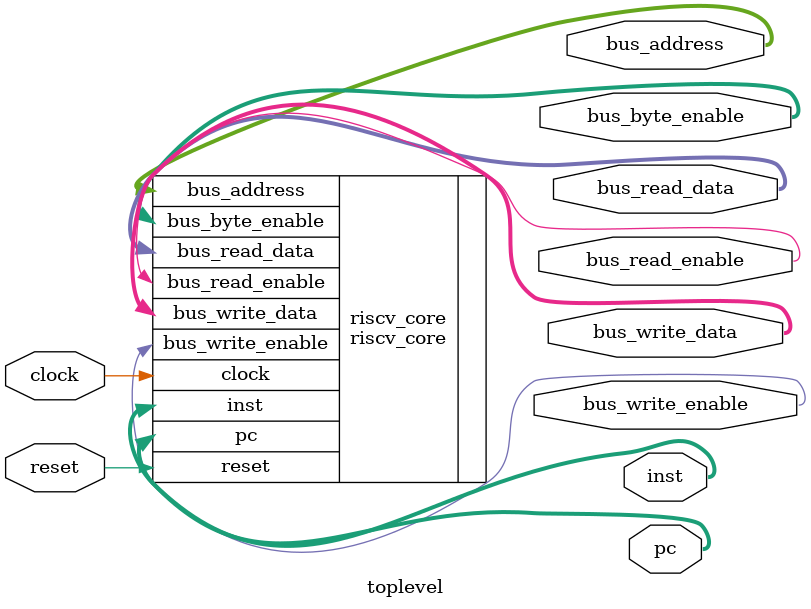
<source format=sv>

`include "config.sv"
`include "constants.sv"

module toplevel (
    input  clock,
    input  reset,

    output [31:0] bus_read_data,
    output [31:0] bus_address,
    output [31:0] bus_write_data,
    output [3:0]  bus_byte_enable,
    output        bus_read_enable,
    output        bus_write_enable,

    output [31:0] inst,
    output [31:0] pc
);

    riscv_core riscv_core (
        .clock                  (clock),
        .reset                  (reset),
        .inst                   (inst),
        .pc                     (pc),
        .bus_address            (bus_address),
        .bus_read_data          (bus_read_data),
        .bus_write_data         (bus_write_data),
        .bus_read_enable        (bus_read_enable),
        .bus_write_enable       (bus_write_enable),
        .bus_byte_enable        (bus_byte_enable)
    );

    // example_text_memory_bus text_memory_bus (
    //     .clock                  (clock),
    //     .address                (pc),
    //     .read_data              (inst)
    // );
    // 
    // example_data_memory_bus data_memory_bus (
    //     .clock                  (clock),
    //     .address                (bus_address),
    //     .read_data              (bus_read_data),
    //     .write_data             (bus_write_data),
    //     .read_enable            (bus_read_enable),
    //     .write_enable           (bus_write_enable),
    //     .byte_enable            (bus_byte_enable)
    // );
    
endmodule


</source>
